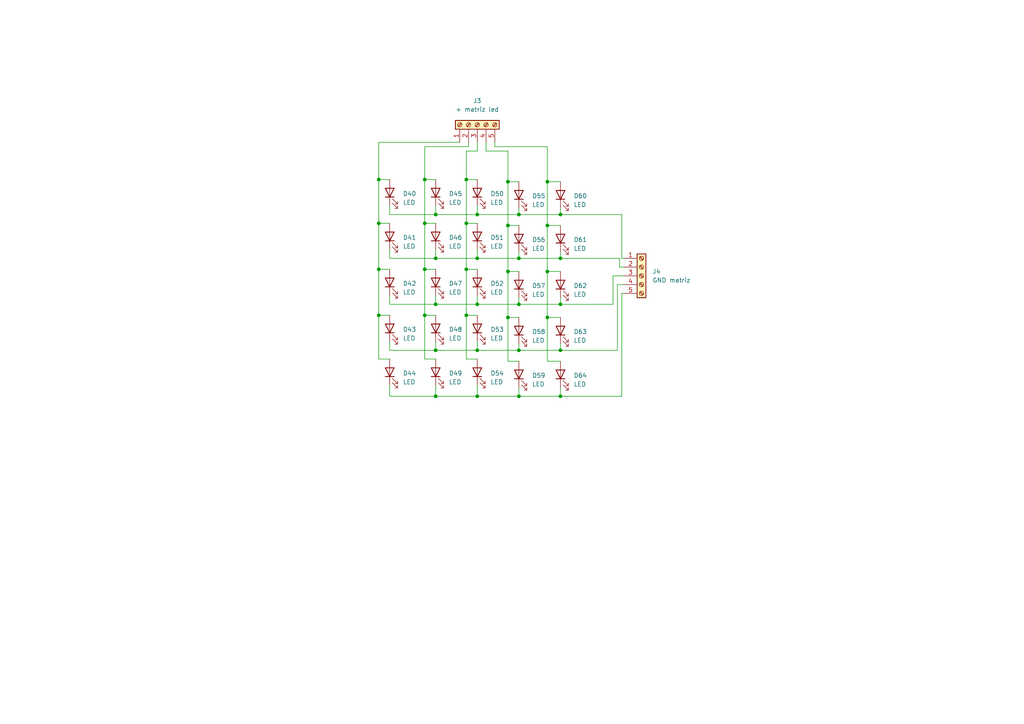
<source format=kicad_sch>
(kicad_sch (version 20211123) (generator eeschema)
  (paper "A4")
  (lib_symbols
    (symbol "Connector:Screw_Terminal_01x05" (pin_names (offset 1.016) hide)
      (property "Reference" "J" (at 0 7.62 0))
      (property "Value" "Screw_Terminal_01x05" (at 0 -7.62 0))
      (symbol "Screw_Terminal_01x05_1_1"
        (rectangle (start -1.27 6.35) (end 1.27 -6.35) (stroke (width 0.254)) (fill (type background)))
        (circle (center 0 -5.08) (radius 0.635) (stroke (width 0.1524)))
        (circle (center 0 -2.54) (radius 0.635) (stroke (width 0.1524)))
        (polyline (pts (xy -0.5334 -4.7498) (xy 0.3302 -5.588)) (stroke (width 0.1524)))
        (polyline (pts (xy -0.5334 -2.2098) (xy 0.3302 -3.048)) (stroke (width 0.1524)))
        (polyline (pts (xy -0.5334 0.3302) (xy 0.3302 -0.508)) (stroke (width 0.1524)))
        (polyline (pts (xy -0.5334 2.8702) (xy 0.3302 2.032)) (stroke (width 0.1524)))
        (polyline (pts (xy -0.5334 5.4102) (xy 0.3302 4.572)) (stroke (width 0.1524)))
        (polyline (pts (xy -0.3556 -4.572) (xy 0.508 -5.4102)) (stroke (width 0.1524)))
        (polyline (pts (xy -0.3556 -2.032) (xy 0.508 -2.8702)) (stroke (width 0.1524)))
        (polyline (pts (xy -0.3556 0.508) (xy 0.508 -0.3302)) (stroke (width 0.1524)))
        (polyline (pts (xy -0.3556 3.048) (xy 0.508 2.2098)) (stroke (width 0.1524)))
        (polyline (pts (xy -0.3556 5.588) (xy 0.508 4.7498)) (stroke (width 0.1524)))
        (circle (center 0 0) (radius 0.635) (stroke (width 0.1524)))
        (circle (center 0 2.54) (radius 0.635) (stroke (width 0.1524)))
        (circle (center 0 5.08) (radius 0.635) (stroke (width 0.1524)))
        (pin passive line (at -5.08 5.08 0) (length 3.81) (name "Pin_1") (number "1"))
        (pin passive line (at -5.08 2.54 0) (length 3.81) (name "Pin_2") (number "2"))
        (pin passive line (at -5.08 0 0) (length 3.81) (name "Pin_3") (number "3"))
        (pin passive line (at -5.08 -2.54 0) (length 3.81) (name "Pin_4") (number "4"))
        (pin passive line (at -5.08 -5.08 0) (length 3.81) (name "Pin_5") (number "5"))
      )
    )
    (symbol "Device:LED" (pin_numbers hide) (pin_names (offset 1.016) hide)
      (property "Reference" "D" (at 0 2.54 0))
      (property "Value" "LED" (at 0 -2.54 0))
      (symbol "LED_0_1"
        (polyline (pts (xy -1.27 -1.27) (xy -1.27 1.27)) (stroke (width 0.254)))
        (polyline (pts (xy -1.27 0) (xy 1.27 0)))
        (polyline (pts (xy 1.27 -1.27) (xy 1.27 1.27) (xy -1.27 0) (xy 1.27 -1.27)) (stroke (width 0.254)))
        (polyline (pts (xy -3.048 -0.762) (xy -4.572 -2.286) (xy -3.81 -2.286) (xy -4.572 -2.286) (xy -4.572 -1.524)))
        (polyline (pts (xy -1.778 -0.762) (xy -3.302 -2.286) (xy -2.54 -2.286) (xy -3.302 -2.286) (xy -3.302 -1.524)))
      )
      (symbol "LED_1_1"
        (pin passive line (at -3.81 0 0) (length 2.54) (name "K") (number "1"))
        (pin passive line (at 3.81 0 180) (length 2.54) (name "A") (number "2"))
      )
    )
  )
  (junction (at 150.495 62.23))
  (junction (at 138.43 62.23))
  (junction (at 109.855 52.07))
  (junction (at 135.255 64.77))
  (junction (at 150.495 74.93))
  (junction (at 158.75 92.075))
  (junction (at 126.365 62.23))
  (junction (at 123.19 78.105))
  (junction (at 123.19 91.44))
  (junction (at 150.495 101.6))
  (junction (at 109.855 91.44))
  (junction (at 135.255 78.105))
  (junction (at 109.855 78.105))
  (junction (at 123.19 64.77))
  (junction (at 150.495 114.935))
  (junction (at 158.75 52.705))
  (junction (at 126.365 88.265))
  (junction (at 162.56 88.265))
  (junction (at 138.43 74.93))
  (junction (at 126.365 101.6))
  (junction (at 138.43 88.265))
  (junction (at 147.32 52.705))
  (junction (at 126.365 74.93))
  (junction (at 162.56 101.6))
  (junction (at 135.255 91.44))
  (junction (at 162.56 74.93))
  (junction (at 123.19 52.07))
  (junction (at 138.43 101.6))
  (junction (at 158.75 65.405))
  (junction (at 138.43 114.935))
  (junction (at 150.495 88.265))
  (junction (at 162.56 62.23))
  (junction (at 126.365 114.935))
  (junction (at 135.255 52.07))
  (junction (at 158.75 78.74))
  (junction (at 147.32 78.74))
  (junction (at 162.56 114.935))
  (junction (at 147.32 65.405))
  (junction (at 147.32 92.075))
  (junction (at 109.855 64.77))
  (wire (pts (xy 126.365 74.93) (xy 138.43 74.93)))
  (wire (pts (xy 158.75 52.705) (xy 158.75 65.405)))
  (wire (pts (xy 158.75 78.74) (xy 162.56 78.74)))
  (wire (pts (xy 109.855 104.14) (xy 113.03 104.14)))
  (wire (pts (xy 113.03 88.265) (xy 126.365 88.265)))
  (wire (pts (xy 162.56 86.36) (xy 162.56 88.265)))
  (wire (pts (xy 162.56 101.6) (xy 179.07 101.6)))
  (wire (pts (xy 109.855 78.105) (xy 113.03 78.105)))
  (wire (pts (xy 135.89 41.275) (xy 135.89 42.545)))
  (wire (pts (xy 138.43 111.76) (xy 138.43 114.935)))
  (wire (pts (xy 179.07 82.55) (xy 180.975 82.55)))
  (wire (pts (xy 109.855 52.07) (xy 113.03 52.07)))
  (wire (pts (xy 162.56 62.23) (xy 150.495 62.23)))
  (wire (pts (xy 147.32 52.705) (xy 147.32 65.405)))
  (wire (pts (xy 158.75 92.075) (xy 158.75 104.775)))
  (wire (pts (xy 150.495 60.325) (xy 150.495 62.23)))
  (wire (pts (xy 135.255 104.14) (xy 138.43 104.14)))
  (wire (pts (xy 109.855 52.07) (xy 109.855 64.77)))
  (wire (pts (xy 126.365 64.77) (xy 123.19 64.77)))
  (wire (pts (xy 138.43 74.93) (xy 150.495 74.93)))
  (wire (pts (xy 150.495 88.265) (xy 162.56 88.265)))
  (wire (pts (xy 180.975 74.93) (xy 180.34 74.93)))
  (wire (pts (xy 158.75 65.405) (xy 158.75 78.74)))
  (wire (pts (xy 138.43 62.23) (xy 126.365 62.23)))
  (wire (pts (xy 147.32 92.075) (xy 150.495 92.075)))
  (wire (pts (xy 179.705 74.93) (xy 179.705 77.47)))
  (wire (pts (xy 113.03 114.935) (xy 126.365 114.935)))
  (wire (pts (xy 135.255 64.77) (xy 135.255 78.105)))
  (wire (pts (xy 109.855 91.44) (xy 113.03 91.44)))
  (wire (pts (xy 109.855 41.275) (xy 133.35 41.275)))
  (wire (pts (xy 158.75 92.075) (xy 162.56 92.075)))
  (wire (pts (xy 123.19 64.77) (xy 123.19 78.105)))
  (wire (pts (xy 158.75 42.545) (xy 158.75 52.705)))
  (wire (pts (xy 113.03 111.76) (xy 113.03 114.935)))
  (wire (pts (xy 147.32 78.74) (xy 150.495 78.74)))
  (wire (pts (xy 143.51 42.545) (xy 158.75 42.545)))
  (wire (pts (xy 150.495 74.93) (xy 162.56 74.93)))
  (wire (pts (xy 113.03 85.725) (xy 113.03 88.265)))
  (wire (pts (xy 140.97 43.815) (xy 147.32 43.815)))
  (wire (pts (xy 147.32 104.775) (xy 150.495 104.775)))
  (wire (pts (xy 123.19 91.44) (xy 126.365 91.44)))
  (wire (pts (xy 177.8 88.265) (xy 177.8 80.01)))
  (wire (pts (xy 138.43 43.815) (xy 135.255 43.815)))
  (wire (pts (xy 123.19 42.545) (xy 123.19 52.07)))
  (wire (pts (xy 113.03 101.6) (xy 126.365 101.6)))
  (wire (pts (xy 126.365 72.39) (xy 126.365 74.93)))
  (wire (pts (xy 180.34 74.93) (xy 180.34 62.23)))
  (wire (pts (xy 135.255 52.07) (xy 135.255 64.77)))
  (wire (pts (xy 150.495 86.36) (xy 150.495 88.265)))
  (wire (pts (xy 162.56 114.935) (xy 180.34 114.935)))
  (wire (pts (xy 138.43 99.06) (xy 138.43 101.6)))
  (wire (pts (xy 162.56 112.395) (xy 162.56 114.935)))
  (wire (pts (xy 147.32 43.815) (xy 147.32 52.705)))
  (wire (pts (xy 138.43 85.725) (xy 138.43 88.265)))
  (wire (pts (xy 138.43 72.39) (xy 138.43 74.93)))
  (wire (pts (xy 126.365 62.23) (xy 113.03 62.23)))
  (wire (pts (xy 113.03 72.39) (xy 113.03 74.93)))
  (wire (pts (xy 135.255 52.07) (xy 138.43 52.07)))
  (wire (pts (xy 140.97 41.275) (xy 140.97 43.815)))
  (wire (pts (xy 109.855 64.77) (xy 113.03 64.77)))
  (wire (pts (xy 150.495 99.695) (xy 150.495 101.6)))
  (wire (pts (xy 123.19 78.105) (xy 123.19 91.44)))
  (wire (pts (xy 162.56 99.695) (xy 162.56 101.6)))
  (wire (pts (xy 158.75 104.775) (xy 162.56 104.775)))
  (wire (pts (xy 138.43 114.935) (xy 150.495 114.935)))
  (wire (pts (xy 147.32 92.075) (xy 147.32 104.775)))
  (wire (pts (xy 158.75 78.74) (xy 158.75 92.075)))
  (wire (pts (xy 126.365 101.6) (xy 138.43 101.6)))
  (wire (pts (xy 126.365 99.06) (xy 126.365 101.6)))
  (wire (pts (xy 162.56 73.025) (xy 162.56 74.93)))
  (wire (pts (xy 150.495 62.23) (xy 138.43 62.23)))
  (wire (pts (xy 126.365 85.725) (xy 126.365 88.265)))
  (wire (pts (xy 123.19 78.105) (xy 126.365 78.105)))
  (wire (pts (xy 126.365 59.69) (xy 126.365 62.23)))
  (wire (pts (xy 177.8 80.01) (xy 180.975 80.01)))
  (wire (pts (xy 138.43 88.265) (xy 150.495 88.265)))
  (wire (pts (xy 180.34 62.23) (xy 162.56 62.23)))
  (wire (pts (xy 179.07 101.6) (xy 179.07 82.55)))
  (wire (pts (xy 123.19 104.14) (xy 126.365 104.14)))
  (wire (pts (xy 180.34 85.09) (xy 180.975 85.09)))
  (wire (pts (xy 150.495 112.395) (xy 150.495 114.935)))
  (wire (pts (xy 113.03 74.93) (xy 126.365 74.93)))
  (wire (pts (xy 123.19 52.07) (xy 123.19 64.77)))
  (wire (pts (xy 135.255 78.105) (xy 135.255 91.44)))
  (wire (pts (xy 158.75 52.705) (xy 162.56 52.705)))
  (wire (pts (xy 126.365 111.76) (xy 126.365 114.935)))
  (wire (pts (xy 158.75 65.405) (xy 162.56 65.405)))
  (wire (pts (xy 113.03 99.06) (xy 113.03 101.6)))
  (wire (pts (xy 109.855 41.275) (xy 109.855 52.07)))
  (wire (pts (xy 123.19 52.07) (xy 126.365 52.07)))
  (wire (pts (xy 147.32 78.74) (xy 147.32 92.075)))
  (wire (pts (xy 162.56 88.265) (xy 177.8 88.265)))
  (wire (pts (xy 135.89 42.545) (xy 123.19 42.545)))
  (wire (pts (xy 135.255 91.44) (xy 138.43 91.44)))
  (wire (pts (xy 138.43 59.69) (xy 138.43 62.23)))
  (wire (pts (xy 143.51 41.275) (xy 143.51 42.545)))
  (wire (pts (xy 109.855 78.105) (xy 109.855 91.44)))
  (wire (pts (xy 138.43 101.6) (xy 150.495 101.6)))
  (wire (pts (xy 126.365 88.265) (xy 138.43 88.265)))
  (wire (pts (xy 150.495 73.025) (xy 150.495 74.93)))
  (wire (pts (xy 162.56 60.325) (xy 162.56 62.23)))
  (wire (pts (xy 135.255 43.815) (xy 135.255 52.07)))
  (wire (pts (xy 135.255 64.77) (xy 138.43 64.77)))
  (wire (pts (xy 147.32 65.405) (xy 147.32 78.74)))
  (wire (pts (xy 113.03 62.23) (xy 113.03 59.69)))
  (wire (pts (xy 150.495 114.935) (xy 162.56 114.935)))
  (wire (pts (xy 147.32 52.705) (xy 150.495 52.705)))
  (wire (pts (xy 180.34 114.935) (xy 180.34 85.09)))
  (wire (pts (xy 179.705 77.47) (xy 180.975 77.47)))
  (wire (pts (xy 109.855 64.77) (xy 109.855 78.105)))
  (wire (pts (xy 135.255 91.44) (xy 135.255 104.14)))
  (wire (pts (xy 138.43 41.275) (xy 138.43 43.815)))
  (wire (pts (xy 109.855 91.44) (xy 109.855 104.14)))
  (wire (pts (xy 147.32 65.405) (xy 150.495 65.405)))
  (wire (pts (xy 126.365 114.935) (xy 138.43 114.935)))
  (wire (pts (xy 135.255 78.105) (xy 138.43 78.105)))
  (wire (pts (xy 162.56 74.93) (xy 179.705 74.93)))
  (wire (pts (xy 123.19 91.44) (xy 123.19 104.14)))
  (wire (pts (xy 150.495 101.6) (xy 162.56 101.6)))
  (symbol (lib_id "Device:LED") (at 113.03 81.915 90) (unit 1)
    (property "Reference" "D42" (at 116.84 82.2324 90) (effects (justify right)))
    (property "Value" "LED" (at 116.84 84.7724 90) (effects (justify right)))
    (property "Footprint" "LED_THT:LED_D5.0mm" (effects hide))
  )
  (symbol (lib_id "Connector:Screw_Terminal_01x05") (at 138.43 36.195 90) (unit 1)
    (property "Reference" "J3" (at 138.43 29.21 90))
    (property "Value" "+ matriz led" (at 138.43 31.75 90))
    (property "Footprint" "Connector_PinSocket_2.54mm:PinSocket_1x05_P2.54mm_Vertical" (effects hide))
  )
  (symbol (lib_id "Device:LED") (at 162.56 69.215 90) (unit 1)
    (property "Reference" "D61" (at 166.37 69.5324 90) (effects (justify right)))
    (property "Value" "LED" (at 166.37 72.0724 90) (effects (justify right)))
    (property "Footprint" "LED_THT:LED_D5.0mm" (effects hide))
  )
  (symbol (lib_id "Device:LED") (at 162.56 56.515 90) (unit 1)
    (property "Reference" "D60" (at 166.37 56.8324 90) (effects (justify right)))
    (property "Value" "LED" (at 166.37 59.3724 90) (effects (justify right)))
    (property "Footprint" "LED_THT:LED_D5.0mm" (effects hide))
  )
  (symbol (lib_id "Device:LED") (at 138.43 81.915 90) (unit 1)
    (property "Reference" "D52" (at 142.24 82.2324 90) (effects (justify right)))
    (property "Value" "LED" (at 142.24 84.7724 90) (effects (justify right)))
    (property "Footprint" "LED_THT:LED_D5.0mm" (effects hide))
  )
  (symbol (lib_id "Device:LED") (at 150.495 95.885 90) (unit 1)
    (property "Reference" "D58" (at 154.305 96.2024 90) (effects (justify right)))
    (property "Value" "LED" (at 154.305 98.7424 90) (effects (justify right)))
    (property "Footprint" "LED_THT:LED_D5.0mm" (effects hide))
  )
  (symbol (lib_id "Device:LED") (at 150.495 108.585 90) (unit 1)
    (property "Reference" "D59" (at 154.305 108.9024 90) (effects (justify right)))
    (property "Value" "LED" (at 154.305 111.4424 90) (effects (justify right)))
    (property "Footprint" "LED_THT:LED_D5.0mm" (effects hide))
  )
  (symbol (lib_id "Device:LED") (at 113.03 107.95 90) (unit 1)
    (property "Reference" "D44" (at 116.84 108.2674 90) (effects (justify right)))
    (property "Value" "LED" (at 116.84 110.8074 90) (effects (justify right)))
    (property "Footprint" "LED_THT:LED_D5.0mm" (effects hide))
  )
  (symbol (lib_id "Device:LED") (at 150.495 56.515 90) (unit 1)
    (property "Reference" "D55" (at 154.305 56.8324 90) (effects (justify right)))
    (property "Value" "LED" (at 154.305 59.3724 90) (effects (justify right)))
    (property "Footprint" "LED_THT:LED_D5.0mm" (effects hide))
  )
  (symbol (lib_id "Device:LED") (at 138.43 55.88 90) (unit 1)
    (property "Reference" "D50" (at 142.24 56.1974 90) (effects (justify right)))
    (property "Value" "LED" (at 142.24 58.7374 90) (effects (justify right)))
    (property "Footprint" "LED_THT:LED_D5.0mm" (effects hide))
  )
  (symbol (lib_id "Device:LED") (at 162.56 82.55 90) (unit 1)
    (property "Reference" "D62" (at 166.37 82.8674 90) (effects (justify right)))
    (property "Value" "LED" (at 166.37 85.4074 90) (effects (justify right)))
    (property "Footprint" "LED_THT:LED_D5.0mm" (effects hide))
  )
  (symbol (lib_id "Device:LED") (at 138.43 68.58 90) (unit 1)
    (property "Reference" "D51" (at 142.24 68.8974 90) (effects (justify right)))
    (property "Value" "LED" (at 142.24 71.4374 90) (effects (justify right)))
    (property "Footprint" "LED_THT:LED_D5.0mm" (effects hide))
  )
  (symbol (lib_id "Device:LED") (at 126.365 107.95 90) (unit 1)
    (property "Reference" "D49" (at 130.175 108.2674 90) (effects (justify right)))
    (property "Value" "LED" (at 130.175 110.8074 90) (effects (justify right)))
    (property "Footprint" "LED_THT:LED_D5.0mm" (effects hide))
  )
  (symbol (lib_id "Device:LED") (at 150.495 69.215 90) (unit 1)
    (property "Reference" "D56" (at 154.305 69.5324 90) (effects (justify right)))
    (property "Value" "LED" (at 154.305 72.0724 90) (effects (justify right)))
    (property "Footprint" "LED_THT:LED_D5.0mm" (effects hide))
  )
  (symbol (lib_id "Device:LED") (at 113.03 68.58 90) (unit 1)
    (property "Reference" "D41" (at 116.84 68.8974 90) (effects (justify right)))
    (property "Value" "LED" (at 116.84 71.4374 90) (effects (justify right)))
    (property "Footprint" "LED_THT:LED_D5.0mm" (effects hide))
  )
  (symbol (lib_id "Connector:Screw_Terminal_01x05") (at 186.055 80.01 0) (unit 1)
    (property "Reference" "J4" (at 189.23 78.7399 0) (effects (justify left)))
    (property "Value" "GND matriz" (at 189.23 81.2799 0) (effects (justify left)))
    (property "Footprint" "Connector_PinSocket_2.54mm:PinSocket_1x05_P2.54mm_Vertical" (effects hide))
  )
  (symbol (lib_id "Device:LED") (at 138.43 95.25 90) (unit 1)
    (property "Reference" "D53" (at 142.24 95.5674 90) (effects (justify right)))
    (property "Value" "LED" (at 142.24 98.1074 90) (effects (justify right)))
    (property "Footprint" "LED_THT:LED_D5.0mm" (effects hide))
  )
  (symbol (lib_id "Device:LED") (at 162.56 95.885 90) (unit 1)
    (property "Reference" "D63" (at 166.37 96.2024 90) (effects (justify right)))
    (property "Value" "LED" (at 166.37 98.7424 90) (effects (justify right)))
    (property "Footprint" "LED_THT:LED_D5.0mm" (effects hide))
  )
  (symbol (lib_id "Device:LED") (at 113.03 95.25 90) (unit 1)
    (property "Reference" "D43" (at 116.84 95.5674 90) (effects (justify right)))
    (property "Value" "LED" (at 116.84 98.1074 90) (effects (justify right)))
    (property "Footprint" "LED_THT:LED_D5.0mm" (effects hide))
  )
  (symbol (lib_id "Device:LED") (at 138.43 107.95 90) (unit 1)
    (property "Reference" "D54" (at 142.24 108.2674 90) (effects (justify right)))
    (property "Value" "LED" (at 142.24 110.8074 90) (effects (justify right)))
    (property "Footprint" "LED_THT:LED_D5.0mm" (effects hide))
  )
  (symbol (lib_id "Device:LED") (at 126.365 55.88 90) (unit 1)
    (property "Reference" "D45" (at 130.175 56.1974 90) (effects (justify right)))
    (property "Value" "LED" (at 130.175 58.7374 90) (effects (justify right)))
    (property "Footprint" "LED_THT:LED_D5.0mm" (effects hide))
  )
  (symbol (lib_id "Device:LED") (at 126.365 95.25 90) (unit 1)
    (property "Reference" "D48" (at 130.175 95.5674 90) (effects (justify right)))
    (property "Value" "LED" (at 130.175 98.1074 90) (effects (justify right)))
    (property "Footprint" "LED_THT:LED_D5.0mm" (effects hide))
  )
  (symbol (lib_id "Device:LED") (at 162.56 108.585 90) (unit 1)
    (property "Reference" "D64" (at 166.37 108.9024 90) (effects (justify right)))
    (property "Value" "LED" (at 166.37 111.4424 90) (effects (justify right)))
    (property "Footprint" "LED_THT:LED_D5.0mm" (effects hide))
  )
  (symbol (lib_id "Device:LED") (at 150.495 82.55 90) (unit 1)
    (property "Reference" "D57" (at 154.305 82.8674 90) (effects (justify right)))
    (property "Value" "LED" (at 154.305 85.4074 90) (effects (justify right)))
    (property "Footprint" "LED_THT:LED_D5.0mm" (effects hide))
  )
  (symbol (lib_id "Device:LED") (at 126.365 81.915 90) (unit 1)
    (property "Reference" "D47" (at 130.175 82.2324 90) (effects (justify right)))
    (property "Value" "LED" (at 130.175 84.7724 90) (effects (justify right)))
    (property "Footprint" "LED_THT:LED_D5.0mm" (effects hide))
  )
  (symbol (lib_id "Device:LED") (at 113.03 55.88 90) (unit 1)
    (property "Reference" "D40" (at 116.84 56.1974 90) (effects (justify right)))
    (property "Value" "LED" (at 116.84 58.7374 90) (effects (justify right)))
    (property "Footprint" "LED_THT:LED_D5.0mm" (effects hide))
  )
  (symbol (lib_id "Device:LED") (at 126.365 68.58 90) (unit 1)
    (property "Reference" "D46" (at 130.175 68.8974 90) (effects (justify right)))
    (property "Value" "LED" (at 130.175 71.4374 90) (effects (justify right)))
    (property "Footprint" "LED_THT:LED_D5.0mm" (effects hide))
  )
)
</source>
